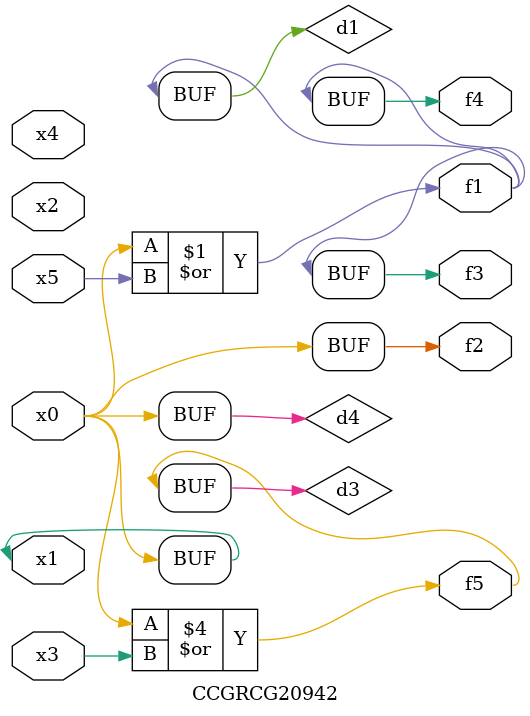
<source format=v>
module CCGRCG20942(
	input x0, x1, x2, x3, x4, x5,
	output f1, f2, f3, f4, f5
);

	wire d1, d2, d3, d4;

	or (d1, x0, x5);
	xnor (d2, x1, x4);
	or (d3, x0, x3);
	buf (d4, x0, x1);
	assign f1 = d1;
	assign f2 = d4;
	assign f3 = d1;
	assign f4 = d1;
	assign f5 = d3;
endmodule

</source>
